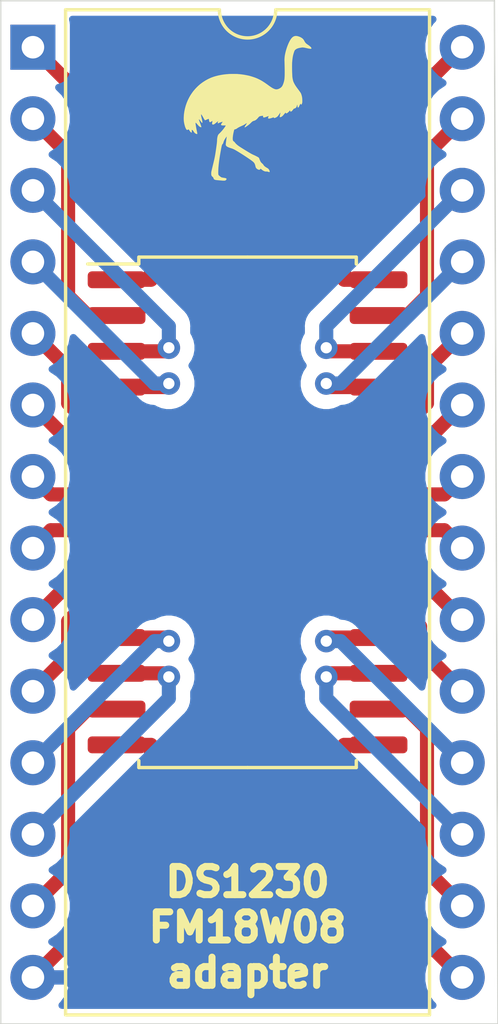
<source format=kicad_pcb>
(kicad_pcb (version 20171130) (host pcbnew "(5.1.6)-1")

  (general
    (thickness 1.6)
    (drawings 5)
    (tracks 100)
    (zones 0)
    (modules 3)
    (nets 29)
  )

  (page A4)
  (layers
    (0 F.Cu signal)
    (31 B.Cu signal)
    (32 B.Adhes user)
    (33 F.Adhes user)
    (34 B.Paste user)
    (35 F.Paste user)
    (36 B.SilkS user)
    (37 F.SilkS user)
    (38 B.Mask user)
    (39 F.Mask user)
    (40 Dwgs.User user)
    (41 Cmts.User user)
    (42 Eco1.User user)
    (43 Eco2.User user)
    (44 Edge.Cuts user)
    (45 Margin user)
    (46 B.CrtYd user)
    (47 F.CrtYd user)
    (48 B.Fab user)
    (49 F.Fab user)
  )

  (setup
    (last_trace_width 0.5)
    (user_trace_width 0.5)
    (trace_clearance 0.2)
    (zone_clearance 0.508)
    (zone_45_only no)
    (trace_min 0.2)
    (via_size 0.8)
    (via_drill 0.4)
    (via_min_size 0.4)
    (via_min_drill 0.3)
    (uvia_size 0.3)
    (uvia_drill 0.1)
    (uvias_allowed no)
    (uvia_min_size 0.2)
    (uvia_min_drill 0.1)
    (edge_width 0.05)
    (segment_width 0.2)
    (pcb_text_width 0.3)
    (pcb_text_size 1.5 1.5)
    (mod_edge_width 0.12)
    (mod_text_size 1 1)
    (mod_text_width 0.15)
    (pad_size 1.524 1.524)
    (pad_drill 0.762)
    (pad_to_mask_clearance 0.05)
    (aux_axis_origin 0 0)
    (visible_elements FFFFFF7F)
    (pcbplotparams
      (layerselection 0x010fc_ffffffff)
      (usegerberextensions false)
      (usegerberattributes true)
      (usegerberadvancedattributes true)
      (creategerberjobfile true)
      (excludeedgelayer true)
      (linewidth 0.020000)
      (plotframeref false)
      (viasonmask false)
      (mode 1)
      (useauxorigin false)
      (hpglpennumber 1)
      (hpglpenspeed 20)
      (hpglpendiameter 15.000000)
      (psnegative false)
      (psa4output false)
      (plotreference true)
      (plotvalue true)
      (plotinvisibletext false)
      (padsonsilk false)
      (subtractmaskfromsilk false)
      (outputformat 1)
      (mirror false)
      (drillshape 0)
      (scaleselection 1)
      (outputdirectory "gerber"))
  )

  (net 0 "")
  (net 1 "Net-(J1-Pad28)")
  (net 2 "Net-(J1-Pad27)")
  (net 3 "Net-(J1-Pad13)")
  (net 4 "Net-(J1-Pad26)")
  (net 5 "Net-(J1-Pad12)")
  (net 6 "Net-(J1-Pad25)")
  (net 7 "Net-(J1-Pad11)")
  (net 8 "Net-(J1-Pad24)")
  (net 9 "Net-(J1-Pad10)")
  (net 10 "Net-(J1-Pad23)")
  (net 11 "Net-(J1-Pad9)")
  (net 12 "Net-(J1-Pad22)")
  (net 13 "Net-(J1-Pad8)")
  (net 14 "Net-(J1-Pad21)")
  (net 15 "Net-(J1-Pad7)")
  (net 16 "Net-(J1-Pad20)")
  (net 17 "Net-(J1-Pad6)")
  (net 18 "Net-(J1-Pad19)")
  (net 19 "Net-(J1-Pad5)")
  (net 20 "Net-(J1-Pad18)")
  (net 21 "Net-(J1-Pad4)")
  (net 22 "Net-(J1-Pad17)")
  (net 23 "Net-(J1-Pad3)")
  (net 24 "Net-(J1-Pad16)")
  (net 25 "Net-(J1-Pad2)")
  (net 26 "Net-(J1-Pad15)")
  (net 27 "Net-(J1-Pad1)")
  (net 28 GND)

  (net_class Default "This is the default net class."
    (clearance 0.2)
    (trace_width 0.25)
    (via_dia 0.8)
    (via_drill 0.4)
    (uvia_dia 0.3)
    (uvia_drill 0.1)
    (add_net GND)
    (add_net "Net-(J1-Pad1)")
    (add_net "Net-(J1-Pad10)")
    (add_net "Net-(J1-Pad11)")
    (add_net "Net-(J1-Pad12)")
    (add_net "Net-(J1-Pad13)")
    (add_net "Net-(J1-Pad15)")
    (add_net "Net-(J1-Pad16)")
    (add_net "Net-(J1-Pad17)")
    (add_net "Net-(J1-Pad18)")
    (add_net "Net-(J1-Pad19)")
    (add_net "Net-(J1-Pad2)")
    (add_net "Net-(J1-Pad20)")
    (add_net "Net-(J1-Pad21)")
    (add_net "Net-(J1-Pad22)")
    (add_net "Net-(J1-Pad23)")
    (add_net "Net-(J1-Pad24)")
    (add_net "Net-(J1-Pad25)")
    (add_net "Net-(J1-Pad26)")
    (add_net "Net-(J1-Pad27)")
    (add_net "Net-(J1-Pad28)")
    (add_net "Net-(J1-Pad3)")
    (add_net "Net-(J1-Pad4)")
    (add_net "Net-(J1-Pad5)")
    (add_net "Net-(J1-Pad6)")
    (add_net "Net-(J1-Pad7)")
    (add_net "Net-(J1-Pad8)")
    (add_net "Net-(J1-Pad9)")
  )

  (module OSMU-Footprints:osmu_logo-6mm (layer F.Cu) (tedit 0) (tstamp 608ED10E)
    (at 144.78 74.549)
    (fp_text reference G*** (at 0 0) (layer F.SilkS) hide
      (effects (font (size 1.524 1.524) (thickness 0.3)))
    )
    (fp_text value LOGO (at 0.75 0) (layer F.SilkS) hide
      (effects (font (size 1.524 1.524) (thickness 0.3)))
    )
    (fp_poly (pts (xy 1.7332 -2.55384) (xy 1.771212 -2.547933) (xy 1.789012 -2.543581) (xy 1.842396 -2.526179)
      (xy 1.889915 -2.504054) (xy 1.932122 -2.476949) (xy 1.934308 -2.475302) (xy 1.960168 -2.453267)
      (xy 1.980973 -2.429621) (xy 1.998967 -2.401687) (xy 2.004443 -2.391507) (xy 2.020979 -2.36086)
      (xy 2.036363 -2.335721) (xy 2.051983 -2.314557) (xy 2.069232 -2.295836) (xy 2.089499 -2.278026)
      (xy 2.114175 -2.259595) (xy 2.140088 -2.242009) (xy 2.174328 -2.218283) (xy 2.203563 -2.195671)
      (xy 2.227387 -2.174572) (xy 2.245395 -2.155386) (xy 2.257183 -2.13851) (xy 2.262346 -2.124345)
      (xy 2.262554 -2.121365) (xy 2.260816 -2.112589) (xy 2.254125 -2.108245) (xy 2.252056 -2.107668)
      (xy 2.241479 -2.106842) (xy 2.224795 -2.107764) (xy 2.203465 -2.110238) (xy 2.178951 -2.114067)
      (xy 2.152715 -2.119052) (xy 2.129692 -2.124162) (xy 2.110315 -2.12872) (xy 2.091482 -2.133057)
      (xy 2.075893 -2.136553) (xy 2.069123 -2.138012) (xy 2.054417 -2.141185) (xy 2.04035 -2.144378)
      (xy 2.035908 -2.145439) (xy 2.02878 -2.146977) (xy 2.019881 -2.148429) (xy 2.00787 -2.149957)
      (xy 1.991401 -2.151724) (xy 1.969133 -2.153892) (xy 1.95596 -2.155126) (xy 1.945453 -2.154947)
      (xy 1.928948 -2.153295) (xy 1.908064 -2.150437) (xy 1.884422 -2.146642) (xy 1.859642 -2.142175)
      (xy 1.835345 -2.137306) (xy 1.81315 -2.132302) (xy 1.804254 -2.13007) (xy 1.765805 -2.117427)
      (xy 1.731455 -2.100885) (xy 1.70212 -2.081052) (xy 1.678716 -2.058535) (xy 1.663581 -2.036668)
      (xy 1.659167 -2.026732) (xy 1.653198 -2.010796) (xy 1.64617 -1.990404) (xy 1.638578 -1.967098)
      (xy 1.630918 -1.942421) (xy 1.623685 -1.917914) (xy 1.617375 -1.895121) (xy 1.614386 -1.883507)
      (xy 1.605105 -1.841018) (xy 1.596647 -1.792001) (xy 1.589188 -1.73772) (xy 1.582902 -1.679437)
      (xy 1.578327 -1.623646) (xy 1.576888 -1.596978) (xy 1.575859 -1.564747) (xy 1.575219 -1.527903)
      (xy 1.574947 -1.487397) (xy 1.575023 -1.444179) (xy 1.575425 -1.399198) (xy 1.576133 -1.353405)
      (xy 1.577125 -1.30775) (xy 1.578381 -1.263183) (xy 1.57988 -1.220654) (xy 1.581601 -1.181113)
      (xy 1.583523 -1.145511) (xy 1.585626 -1.114796) (xy 1.587887 -1.08992) (xy 1.590288 -1.071833)
      (xy 1.590485 -1.070707) (xy 1.597068 -1.034926) (xy 1.602958 -1.005411) (xy 1.608607 -0.980698)
      (xy 1.614467 -0.959324) (xy 1.620991 -0.939822) (xy 1.62863 -0.92073) (xy 1.637837 -0.900582)
      (xy 1.649065 -0.877915) (xy 1.651502 -0.873127) (xy 1.663781 -0.849878) (xy 1.67691 -0.826739)
      (xy 1.691476 -0.802829) (xy 1.708068 -0.777267) (xy 1.727272 -0.749171) (xy 1.749677 -0.717661)
      (xy 1.775871 -0.681853) (xy 1.805894 -0.641597) (xy 1.824185 -0.61702) (xy 1.841518 -0.593312)
      (xy 1.857157 -0.571512) (xy 1.870366 -0.55266) (xy 1.880407 -0.537796) (xy 1.886543 -0.52796)
      (xy 1.887046 -0.527048) (xy 1.892749 -0.514637) (xy 1.899652 -0.496883) (xy 1.906951 -0.475997)
      (xy 1.913841 -0.454191) (xy 1.914944 -0.45045) (xy 1.924921 -0.411657) (xy 1.932104 -0.37265)
      (xy 1.936729 -0.331467) (xy 1.939035 -0.286144) (xy 1.939383 -0.248138) (xy 1.939158 -0.225783)
      (xy 1.938552 -0.209168) (xy 1.937266 -0.196218) (xy 1.935001 -0.184859) (xy 1.931457 -0.173015)
      (xy 1.926565 -0.159238) (xy 1.918914 -0.140273) (xy 1.91239 -0.128799) (xy 1.906596 -0.124645)
      (xy 1.901134 -0.127638) (xy 1.895608 -0.137604) (xy 1.892897 -0.144584) (xy 1.88855 -0.155489)
      (xy 1.884905 -0.162581) (xy 1.883385 -0.164123) (xy 1.879098 -0.160838) (xy 1.872324 -0.151949)
      (xy 1.863943 -0.13891) (xy 1.854831 -0.123171) (xy 1.845865 -0.106185) (xy 1.837924 -0.089403)
      (xy 1.837145 -0.087621) (xy 1.828131 -0.066879) (xy 1.821482 -0.052102) (xy 1.81648 -0.042069)
      (xy 1.81241 -0.035563) (xy 1.808554 -0.031363) (xy 1.804198 -0.028251) (xy 1.801222 -0.026502)
      (xy 1.793188 -0.022373) (xy 1.788658 -0.022692) (xy 1.784463 -0.027844) (xy 1.783968 -0.028597)
      (xy 1.780695 -0.037837) (xy 1.778086 -0.054224) (xy 1.776241 -0.077113) (xy 1.776103 -0.079715)
      (xy 1.775034 -0.097313) (xy 1.77381 -0.112041) (xy 1.772598 -0.122131) (xy 1.771756 -0.125664)
      (xy 1.768179 -0.126359) (xy 1.7632 -0.120989) (xy 1.757659 -0.110978) (xy 1.752395 -0.097748)
      (xy 1.749471 -0.087907) (xy 1.739935 -0.057471) (xy 1.728604 -0.033842) (xy 1.71505 -0.016133)
      (xy 1.714934 -0.016015) (xy 1.701716 -0.005174) (xy 1.685458 0.004586) (xy 1.668849 0.011913)
      (xy 1.654579 0.015455) (xy 1.652024 0.015593) (xy 1.64598 0.016761) (xy 1.639498 0.020948)
      (xy 1.631349 0.029244) (xy 1.620304 0.042736) (xy 1.617825 0.045916) (xy 1.600354 0.06821)
      (xy 1.586611 0.085084) (xy 1.575703 0.097423) (xy 1.56674 0.106111) (xy 1.55883 0.112033)
      (xy 1.551081 0.116074) (xy 1.544729 0.118437) (xy 1.532939 0.121776) (xy 1.525722 0.121397)
      (xy 1.521538 0.116114) (xy 1.518847 0.104743) (xy 1.517766 0.097693) (xy 1.515138 0.08274)
      (xy 1.512118 0.075233) (xy 1.50782 0.074815) (xy 1.501355 0.081133) (xy 1.495489 0.088792)
      (xy 1.48595 0.100525) (xy 1.472941 0.114889) (xy 1.458825 0.12931) (xy 1.454522 0.133457)
      (xy 1.428911 0.156324) (xy 1.407317 0.172564) (xy 1.389669 0.182207) (xy 1.375898 0.185287)
      (xy 1.365931 0.181835) (xy 1.361328 0.175846) (xy 1.356643 0.165467) (xy 1.35397 0.158262)
      (xy 1.352153 0.154901) (xy 1.348992 0.155196) (xy 1.343318 0.15987) (xy 1.333959 0.169648)
      (xy 1.331854 0.171939) (xy 1.320928 0.184268) (xy 1.307214 0.200322) (xy 1.292759 0.217683)
      (xy 1.283672 0.228851) (xy 1.257391 0.259566) (xy 1.233295 0.283453) (xy 1.210769 0.300981)
      (xy 1.189195 0.312619) (xy 1.167958 0.318833) (xy 1.164497 0.319363) (xy 1.15361 0.319971)
      (xy 1.148054 0.317648) (xy 1.146602 0.315183) (xy 1.146586 0.309521) (xy 1.147983 0.297524)
      (xy 1.150591 0.280505) (xy 1.15421 0.259775) (xy 1.158636 0.236648) (xy 1.158724 0.236212)
      (xy 1.164593 0.205806) (xy 1.168398 0.182852) (xy 1.169918 0.167209) (xy 1.168931 0.158733)
      (xy 1.165213 0.157283) (xy 1.158542 0.162714) (xy 1.148696 0.174885) (xy 1.135453 0.193653)
      (xy 1.122497 0.212969) (xy 1.103923 0.240464) (xy 1.088321 0.262219) (xy 1.074789 0.279281)
      (xy 1.062429 0.2927) (xy 1.050341 0.303525) (xy 1.037623 0.312805) (xy 1.035802 0.314001)
      (xy 1.017043 0.325715) (xy 1.001483 0.334084) (xy 0.986142 0.340545) (xy 0.969108 0.346213)
      (xy 0.954203 0.35033) (xy 0.944951 0.351197) (xy 0.939725 0.348412) (xy 0.936897 0.341567)
      (xy 0.93615 0.338016) (xy 0.933582 0.328999) (xy 0.930574 0.324465) (xy 0.930073 0.324339)
      (xy 0.925325 0.325511) (xy 0.914524 0.328744) (xy 0.899031 0.333615) (xy 0.880201 0.3397)
      (xy 0.868652 0.343498) (xy 0.837135 0.353665) (xy 0.811834 0.361161) (xy 0.791696 0.366194)
      (xy 0.775671 0.368972) (xy 0.762709 0.369702) (xy 0.751757 0.368592) (xy 0.747137 0.36753)
      (xy 0.737156 0.363983) (xy 0.731343 0.360255) (xy 0.730738 0.358982) (xy 0.731921 0.351664)
      (xy 0.73499 0.339446) (xy 0.739222 0.324795) (xy 0.743898 0.310178) (xy 0.748295 0.298062)
      (xy 0.749157 0.295968) (xy 0.752537 0.286249) (xy 0.753394 0.279805) (xy 0.753015 0.278882)
      (xy 0.74863 0.279228) (xy 0.73851 0.281965) (xy 0.724195 0.286629) (xy 0.708442 0.292299)
      (xy 0.673466 0.305227) (xy 0.644913 0.315315) (xy 0.622002 0.322751) (xy 0.603951 0.327721)
      (xy 0.589979 0.330412) (xy 0.579303 0.331012) (xy 0.571142 0.329708) (xy 0.564723 0.326692)
      (xy 0.55933 0.322338) (xy 0.556365 0.316724) (xy 0.555122 0.307569) (xy 0.554892 0.294941)
      (xy 0.554908 0.284414) (xy 0.554213 0.276988) (xy 0.551696 0.272319) (xy 0.546245 0.270064)
      (xy 0.536748 0.269877) (xy 0.522095 0.271416) (xy 0.501173 0.274335) (xy 0.492369 0.27559)
      (xy 0.464277 0.280041) (xy 0.442305 0.284992) (xy 0.42477 0.291326) (xy 0.409986 0.299928)
      (xy 0.396268 0.311682) (xy 0.381931 0.327472) (xy 0.373259 0.338087) (xy 0.344205 0.372175)
      (xy 0.316793 0.399424) (xy 0.290255 0.42043) (xy 0.26382 0.43579) (xy 0.23672 0.446098)
      (xy 0.232189 0.447339) (xy 0.214079 0.452389) (xy 0.198615 0.457759) (xy 0.184644 0.464235)
      (xy 0.171011 0.472608) (xy 0.156562 0.483666) (xy 0.140144 0.498196) (xy 0.120602 0.516987)
      (xy 0.099815 0.537763) (xy 0.076095 0.560245) (xy 0.048677 0.583878) (xy 0.020003 0.606687)
      (xy -0.007487 0.626698) (xy -0.022228 0.636434) (xy -0.03312 0.643602) (xy -0.040949 0.649351)
      (xy -0.04372 0.652045) (xy -0.04737 0.654922) (xy -0.05589 0.660275) (xy -0.067231 0.666941)
      (xy -0.079346 0.673757) (xy -0.090187 0.679562) (xy -0.097706 0.683194) (xy -0.099749 0.683846)
      (xy -0.099642 0.680691) (xy -0.097025 0.672684) (xy -0.092778 0.662018) (xy -0.087782 0.650884)
      (xy -0.082916 0.641472) (xy -0.082312 0.640445) (xy -0.077366 0.632685) (xy -0.069351 0.620622)
      (xy -0.059676 0.606363) (xy -0.055402 0.600149) (xy -0.044483 0.582769) (xy -0.035196 0.565048)
      (xy -0.028264 0.54868) (xy -0.024408 0.535364) (xy -0.024287 0.52697) (xy -0.027846 0.526942)
      (xy -0.035811 0.530784) (xy -0.045036 0.536699) (xy -0.069609 0.553844) (xy -0.089309 0.567271)
      (xy -0.105571 0.57788) (xy -0.119828 0.586568) (xy -0.133513 0.594234) (xy -0.148062 0.601778)
      (xy -0.152105 0.603801) (xy -0.170033 0.612486) (xy -0.192415 0.622975) (xy -0.216513 0.634004)
      (xy -0.239593 0.644307) (xy -0.241675 0.645221) (xy -0.28744 0.666427) (xy -0.327143 0.687432)
      (xy -0.362453 0.709162) (xy -0.382587 0.723196) (xy -0.395408 0.73211) (xy -0.406296 0.738883)
      (xy -0.413397 0.742387) (xy -0.414534 0.742633) (xy -0.421508 0.744052) (xy -0.43215 0.747383)
      (xy -0.435708 0.748672) (xy -0.447877 0.752739) (xy -0.458492 0.75548) (xy -0.460405 0.755809)
      (xy -0.469062 0.758243) (xy -0.473032 0.760638) (xy -0.475593 0.76604) (xy -0.479437 0.777749)
      (xy -0.484218 0.794428) (xy -0.489587 0.81474) (xy -0.495197 0.83735) (xy -0.500701 0.860919)
      (xy -0.50575 0.884113) (xy -0.507938 0.894862) (xy -0.517923 0.950065) (xy -0.525047 1.000268)
      (xy -0.529299 1.045108) (xy -0.53067 1.084221) (xy -0.529148 1.117244) (xy -0.524724 1.143814)
      (xy -0.517386 1.163567) (xy -0.515709 1.166445) (xy -0.508437 1.174779) (xy -0.497037 1.184493)
      (xy -0.486489 1.191846) (xy -0.467 1.207052) (xy -0.4518 1.226467) (xy -0.451044 1.227688)
      (xy -0.438312 1.245112) (xy -0.420041 1.265425) (xy -0.39742 1.287539) (xy -0.371638 1.310364)
      (xy -0.343883 1.332813) (xy -0.315343 1.353796) (xy -0.307526 1.359157) (xy -0.279846 1.377516)
      (xy -0.246613 1.399037) (xy -0.208977 1.423014) (xy -0.168086 1.44874) (xy -0.12509 1.475508)
      (xy -0.081137 1.502612) (xy -0.037377 1.529345) (xy 0.005042 1.554999) (xy 0.04497 1.578869)
      (xy 0.081258 1.600246) (xy 0.112758 1.618425) (xy 0.127 1.626455) (xy 0.148021 1.637673)
      (xy 0.172515 1.64997) (xy 0.196715 1.661483) (xy 0.209062 1.667037) (xy 0.237099 1.67964)
      (xy 0.266046 1.693282) (xy 0.294646 1.707315) (xy 0.321644 1.721092) (xy 0.345781 1.733966)
      (xy 0.365801 1.745291) (xy 0.380448 1.75442) (xy 0.384748 1.757483) (xy 0.398386 1.769594)
      (xy 0.406366 1.781462) (xy 0.408729 1.787813) (xy 0.415604 1.808246) (xy 0.425193 1.832895)
      (xy 0.436403 1.859149) (xy 0.448139 1.884398) (xy 0.454497 1.897052) (xy 0.462691 1.911872)
      (xy 0.471228 1.92482) (xy 0.481327 1.937303) (xy 0.494212 1.950726) (xy 0.511102 1.966494)
      (xy 0.527332 1.980879) (xy 0.549167 2.003506) (xy 0.562956 2.024676) (xy 0.575236 2.043025)
      (xy 0.593837 2.062813) (xy 0.617628 2.083116) (xy 0.645479 2.103013) (xy 0.67626 2.12158)
      (xy 0.691429 2.12959) (xy 0.721825 2.148906) (xy 0.746604 2.173081) (xy 0.765242 2.201418)
      (xy 0.777209 2.233219) (xy 0.780041 2.246943) (xy 0.781118 2.260378) (xy 0.778521 2.267929)
      (xy 0.77144 2.270049) (xy 0.759063 2.267194) (xy 0.749995 2.263785) (xy 0.71838 2.253671)
      (xy 0.68746 2.248789) (xy 0.661793 2.249218) (xy 0.639725 2.248794) (xy 0.614088 2.243225)
      (xy 0.586555 2.233166) (xy 0.5588 2.219266) (xy 0.532496 2.202179) (xy 0.52386 2.195498)
      (xy 0.509292 2.183806) (xy 0.494443 2.172106) (xy 0.480625 2.161405) (xy 0.469149 2.15271)
      (xy 0.461329 2.147029) (xy 0.458525 2.145323) (xy 0.456387 2.148527) (xy 0.452679 2.156427)
      (xy 0.451864 2.158344) (xy 0.441554 2.174855) (xy 0.427405 2.184691) (xy 0.409814 2.187599)
      (xy 0.4064 2.187375) (xy 0.3839 2.182049) (xy 0.360256 2.17113) (xy 0.337448 2.156034)
      (xy 0.317458 2.138177) (xy 0.302266 2.118973) (xy 0.297061 2.109247) (xy 0.292952 2.097836)
      (xy 0.288241 2.081545) (xy 0.283712 2.063187) (xy 0.282035 2.055446) (xy 0.27185 2.015056)
      (xy 0.258909 1.980792) (xy 0.242417 1.951217) (xy 0.22158 1.924893) (xy 0.197081 1.901624)
      (xy 0.176343 1.884925) (xy 0.149603 1.864731) (xy 0.117592 1.841517) (xy 0.08104 1.815758)
      (xy 0.040679 1.787928) (xy -0.002761 1.758502) (xy -0.048549 1.727954) (xy -0.095954 1.69676)
      (xy -0.144246 1.665394) (xy -0.192694 1.63433) (xy -0.240567 1.604043) (xy -0.287134 1.575007)
      (xy -0.331665 1.547698) (xy -0.373429 1.52259) (xy -0.411696 1.500157) (xy -0.445734 1.480874)
      (xy -0.474812 1.465216) (xy -0.474833 1.465205) (xy -0.502004 1.452326) (xy -0.533116 1.439574)
      (xy -0.564419 1.428463) (xy -0.570572 1.42651) (xy -0.614645 1.412372) (xy -0.651681 1.399394)
      (xy -0.682315 1.387243) (xy -0.707184 1.375587) (xy -0.72692 1.364095) (xy -0.742161 1.352434)
      (xy -0.75354 1.340273) (xy -0.761694 1.32728) (xy -0.762134 1.326386) (xy -0.766574 1.31599)
      (xy -0.768797 1.306312) (xy -0.769161 1.294492) (xy -0.768103 1.278601) (xy -0.7662 1.258973)
      (xy -0.763403 1.233346) (xy -0.759929 1.20346) (xy -0.755994 1.171054) (xy -0.751814 1.137864)
      (xy -0.747607 1.105631) (xy -0.743588 1.076092) (xy -0.739973 1.050985) (xy -0.738822 1.043424)
      (xy -0.736052 1.024906) (xy -0.733932 1.009421) (xy -0.732655 0.998468) (xy -0.732411 0.99355)
      (xy -0.732461 0.993437) (xy -0.735092 0.995895) (xy -0.741266 1.003643) (xy -0.750136 1.0155)
      (xy -0.760858 1.030287) (xy -0.772588 1.046824) (xy -0.78448 1.063933) (xy -0.795691 1.080433)
      (xy -0.805375 1.095146) (xy -0.805993 1.096108) (xy -0.824023 1.125993) (xy -0.838092 1.153852)
      (xy -0.849713 1.183024) (xy -0.859807 1.2148) (xy -0.8657 1.234429) (xy -0.870565 1.248323)
      (xy -0.87531 1.258316) (xy -0.880843 1.266246) (xy -0.888072 1.273947) (xy -0.889961 1.275776)
      (xy -0.896633 1.282881) (xy -0.902521 1.291045) (xy -0.907875 1.301089) (xy -0.912948 1.313834)
      (xy -0.917991 1.3301) (xy -0.923255 1.350709) (xy -0.928993 1.376481) (xy -0.935454 1.408237)
      (xy -0.942892 1.446797) (xy -0.943759 1.451378) (xy -0.966238 1.574095) (xy -0.985891 1.689554)
      (xy -1.002722 1.79778) (xy -1.016734 1.898801) (xy -1.02793 1.992642) (xy -1.036314 2.07933)
      (xy -1.041889 2.158893) (xy -1.044658 2.231356) (xy -1.044982 2.258646) (xy -1.045055 2.291889)
      (xy -1.044762 2.31845) (xy -1.04373 2.339464) (xy -1.041584 2.356065) (xy -1.037952 2.369386)
      (xy -1.032458 2.380563) (xy -1.024731 2.390728) (xy -1.014395 2.401016) (xy -1.001077 2.412561)
      (xy -0.991666 2.420425) (xy -0.975229 2.433698) (xy -0.959253 2.445836) (xy -0.945529 2.455525)
      (xy -0.935849 2.461448) (xy -0.935604 2.461572) (xy -0.923141 2.466151) (xy -0.904319 2.470872)
      (xy -0.880576 2.4754) (xy -0.866798 2.477562) (xy -0.83718 2.482017) (xy -0.814187 2.485796)
      (xy -0.796688 2.489156) (xy -0.783548 2.492351) (xy -0.773634 2.495637) (xy -0.765814 2.499269)
      (xy -0.762878 2.500961) (xy -0.752722 2.51038) (xy -0.75006 2.52178) (xy -0.754895 2.535236)
      (xy -0.764388 2.547782) (xy -0.773582 2.55681) (xy -0.783571 2.563799) (xy -0.795308 2.568878)
      (xy -0.809751 2.572175) (xy -0.827855 2.573818) (xy -0.850575 2.573937) (xy -0.878866 2.572658)
      (xy -0.913684 2.57011) (xy -0.924169 2.569235) (xy -0.969551 2.565352) (xy -1.00786 2.562011)
      (xy -1.039814 2.559132) (xy -1.06613 2.556632) (xy -1.087526 2.554433) (xy -1.104719 2.552452)
      (xy -1.118428 2.550609) (xy -1.12937 2.548823) (xy -1.138262 2.547014) (xy -1.145823 2.545101)
      (xy -1.150298 2.543784) (xy -1.170066 2.53645) (xy -1.183918 2.527653) (xy -1.193745 2.515555)
      (xy -1.201437 2.498318) (xy -1.203569 2.492001) (xy -1.213441 2.467829) (xy -1.226148 2.449411)
      (xy -1.243088 2.434819) (xy -1.246826 2.432367) (xy -1.260678 2.419698) (xy -1.272516 2.400492)
      (xy -1.277721 2.388902) (xy -1.281147 2.378083) (xy -1.283254 2.365666) (xy -1.2845 2.349284)
      (xy -1.285047 2.335973) (xy -1.285219 2.315078) (xy -1.284487 2.293718) (xy -1.283001 2.275158)
      (xy -1.281959 2.267588) (xy -1.280149 2.258632) (xy -1.276659 2.242924) (xy -1.271687 2.221302)
      (xy -1.265431 2.194602) (xy -1.258088 2.163658) (xy -1.249855 2.129307) (xy -1.24093 2.092385)
      (xy -1.231512 2.053729) (xy -1.229062 2.043723) (xy -1.214516 1.984162) (xy -1.201702 1.931076)
      (xy -1.190409 1.883373) (xy -1.180422 1.839958) (xy -1.171529 1.799737) (xy -1.163518 1.761617)
      (xy -1.156175 1.724505) (xy -1.149288 1.687305) (xy -1.142645 1.648926) (xy -1.136032 1.608272)
      (xy -1.129237 1.56425) (xy -1.122048 1.515767) (xy -1.11425 1.461729) (xy -1.109816 1.430586)
      (xy -1.102577 1.379147) (xy -1.096467 1.334721) (xy -1.091406 1.296597) (xy -1.087313 1.264068)
      (xy -1.084109 1.236425) (xy -1.081713 1.212958) (xy -1.080045 1.192958) (xy -1.079024 1.175717)
      (xy -1.078569 1.160525) (xy -1.078528 1.154621) (xy -1.077104 1.115914) (xy -1.073066 1.076761)
      (xy -1.066748 1.038984) (xy -1.058485 1.004406) (xy -1.048612 0.974851) (xy -1.043302 0.962783)
      (xy -1.034314 0.947386) (xy -1.023178 0.932402) (xy -1.015031 0.923707) (xy -0.982461 0.892693)
      (xy -0.949284 0.85873) (xy -0.916359 0.822859) (xy -0.884547 0.786124) (xy -0.854706 0.749566)
      (xy -0.827697 0.714227) (xy -0.804378 0.68115) (xy -0.78561 0.651377) (xy -0.776123 0.634023)
      (xy -0.765776 0.613508) (xy -0.837157 0.613502) (xy -0.863575 0.613393) (xy -0.883431 0.613004)
      (xy -0.897977 0.612234) (xy -0.908465 0.610983) (xy -0.916147 0.60915) (xy -0.922215 0.606663)
      (xy -0.931211 0.601) (xy -0.936215 0.594328) (xy -0.937022 0.585755) (xy -0.933424 0.574391)
      (xy -0.925216 0.559344) (xy -0.912189 0.539721) (xy -0.90404 0.528242) (xy -0.893867 0.513811)
      (xy -0.884942 0.500616) (xy -0.878648 0.490724) (xy -0.877047 0.48791) (xy -0.871654 0.477588)
      (xy -0.929474 0.494665) (xy -0.958117 0.503274) (xy -0.98037 0.51036) (xy -0.997407 0.516367)
      (xy -1.010403 0.521738) (xy -1.02053 0.526917) (xy -1.028697 0.532158) (xy -1.040364 0.53761)
      (xy -1.049284 0.536539) (xy -1.054624 0.53) (xy -1.055547 0.519048) (xy -1.051219 0.504737)
      (xy -1.050917 0.504093) (xy -1.044828 0.490015) (xy -1.039984 0.476479) (xy -1.037009 0.465507)
      (xy -1.036525 0.45912) (xy -1.036856 0.458488) (xy -1.040809 0.459932) (xy -1.050342 0.466149)
      (xy -1.065075 0.476854) (xy -1.08463 0.491762) (xy -1.108628 0.510589) (xy -1.136691 0.533049)
      (xy -1.145327 0.540032) (xy -1.166747 0.556781) (xy -1.184005 0.568676) (xy -1.198443 0.576416)
      (xy -1.211403 0.580696) (xy -1.224227 0.582213) (xy -1.226668 0.582246) (xy -1.238996 0.580755)
      (xy -1.246766 0.575527) (xy -1.248286 0.573561) (xy -1.251696 0.567323) (xy -1.253558 0.559639)
      (xy -1.253848 0.549175) (xy -1.252541 0.534598) (xy -1.249612 0.514574) (xy -1.246864 0.498231)
      (xy -1.244153 0.480673) (xy -1.242487 0.465933) (xy -1.24202 0.455711) (xy -1.242687 0.451839)
      (xy -1.247073 0.452482) (xy -1.256463 0.456906) (xy -1.269473 0.464389) (xy -1.281953 0.472354)
      (xy -1.302379 0.485117) (xy -1.318093 0.492913) (xy -1.330111 0.496088) (xy -1.339453 0.494987)
      (xy -1.343118 0.49315) (xy -1.349519 0.485082) (xy -1.355358 0.469555) (xy -1.360532 0.446913)
      (xy -1.363994 0.42485) (xy -1.366668 0.408105) (xy -1.36969 0.394172) (xy -1.372606 0.384958)
      (xy -1.374114 0.38249) (xy -1.377828 0.380762) (xy -1.383578 0.38077) (xy -1.392293 0.382811)
      (xy -1.404901 0.387184) (xy -1.422331 0.394187) (xy -1.445512 0.40412) (xy -1.456911 0.409116)
      (xy -1.476458 0.417629) (xy -1.490234 0.423263) (xy -1.499581 0.426377) (xy -1.505842 0.427329)
      (xy -1.510358 0.426479) (xy -1.514137 0.424406) (xy -1.518856 0.419181) (xy -1.526472 0.408265)
      (xy -1.536219 0.392867) (xy -1.547329 0.374198) (xy -1.558424 0.354575) (xy -1.575189 0.324305)
      (xy -1.588847 0.299996) (xy -1.599975 0.280716) (xy -1.609149 0.265532) (xy -1.616947 0.253512)
      (xy -1.623944 0.243723) (xy -1.630718 0.235235) (xy -1.636009 0.22915) (xy -1.645219 0.21945)
      (xy -1.650816 0.215316) (xy -1.653878 0.216067) (xy -1.654568 0.217401) (xy -1.656047 0.22777)
      (xy -1.655376 0.2448) (xy -1.652685 0.267675) (xy -1.648101 0.295578) (xy -1.641754 0.327696)
      (xy -1.633772 0.363211) (xy -1.627494 0.388816) (xy -1.620981 0.416372) (xy -1.615552 0.44296)
      (xy -1.611364 0.467431) (xy -1.608575 0.488636) (xy -1.607343 0.505425) (xy -1.607827 0.51665)
      (xy -1.609368 0.520685) (xy -1.614174 0.522174) (xy -1.620513 0.51716) (xy -1.621252 0.516323)
      (xy -1.641474 0.492122) (xy -1.661571 0.466106) (xy -1.67763 0.444063) (xy -1.688279 0.429672)
      (xy -1.698219 0.417136) (xy -1.706001 0.408244) (xy -1.708892 0.40551) (xy -1.71783 0.400623)
      (xy -1.726827 0.398826) (xy -1.733323 0.40031) (xy -1.735015 0.403586) (xy -1.733737 0.408538)
      (xy -1.730148 0.419749) (xy -1.724618 0.436136) (xy -1.717515 0.456618) (xy -1.709209 0.48011)
      (xy -1.703372 0.496394) (xy -1.688781 0.536923) (xy -1.676666 0.570737) (xy -1.666836 0.598467)
      (xy -1.6591 0.620744) (xy -1.653268 0.638199) (xy -1.64915 0.651464) (xy -1.646556 0.66117)
      (xy -1.645294 0.667948) (xy -1.645175 0.672429) (xy -1.646009 0.675245) (xy -1.647604 0.677026)
      (xy -1.648677 0.677756) (xy -1.654603 0.67759) (xy -1.665212 0.674031) (xy -1.67867 0.667997)
      (xy -1.693144 0.660408) (xy -1.706798 0.652185) (xy -1.7178 0.644245) (xy -1.720785 0.641607)
      (xy -1.728801 0.633368) (xy -1.740446 0.620659) (xy -1.754346 0.605012) (xy -1.769128 0.587961)
      (xy -1.773999 0.582246) (xy -1.791787 0.561683) (xy -1.808026 0.543667) (xy -1.821967 0.528977)
      (xy -1.832857 0.518391) (xy -1.839948 0.512687) (xy -1.841865 0.511908) (xy -1.843742 0.51529)
      (xy -1.846687 0.523831) (xy -1.848111 0.528681) (xy -1.850098 0.53811) (xy -1.850702 0.548702)
      (xy -1.849871 0.562422) (xy -1.847555 0.581238) (xy -1.846548 0.588274) (xy -1.833556 0.670546)
      (xy -1.819416 0.747693) (xy -1.805054 0.815409) (xy -1.799905 0.838781) (xy -1.795374 0.860924)
      (xy -1.791784 0.880129) (xy -1.789459 0.894687) (xy -1.788749 0.901378) (xy -1.788428 0.912642)
      (xy -1.789631 0.917991) (xy -1.793298 0.919306) (xy -1.797493 0.918881) (xy -1.815638 0.914263)
      (xy -1.836077 0.905939) (xy -1.855321 0.89546) (xy -1.864406 0.889128) (xy -1.874951 0.879121)
      (xy -1.886914 0.865103) (xy -1.897914 0.849896) (xy -1.899138 0.847995) (xy -1.912611 0.827424)
      (xy -1.925168 0.809526) (xy -1.936059 0.795273) (xy -1.944536 0.78564) (xy -1.949847 0.781602)
      (xy -1.95029 0.781539) (xy -1.955746 0.779338) (xy -1.964353 0.773851) (xy -1.967176 0.771769)
      (xy -1.975763 0.765653) (xy -1.981644 0.76225) (xy -1.982546 0.762) (xy -1.983486 0.765669)
      (xy -1.984271 0.775724) (xy -1.984831 0.790735) (xy -1.985096 0.809272) (xy -1.985108 0.814336)
      (xy -1.985262 0.83628) (xy -1.985805 0.851562) (xy -1.986858 0.86133) (xy -1.98854 0.866732)
      (xy -1.990818 0.868863) (xy -1.995676 0.867061) (xy -2.004091 0.860559) (xy -2.014715 0.850743)
      (xy -2.0262 0.839) (xy -2.037201 0.826715) (xy -2.046369 0.815276) (xy -2.052358 0.806068)
      (xy -2.05289 0.804985) (xy -2.058102 0.795313) (xy -2.062153 0.789354) (xy -2.06733 0.782382)
      (xy -2.074226 0.772418) (xy -2.075964 0.769816) (xy -2.085901 0.758817) (xy -2.096819 0.755216)
      (xy -2.109676 0.758871) (xy -2.117517 0.763641) (xy -2.133716 0.771946) (xy -2.147833 0.772813)
      (xy -2.16019 0.766243) (xy -2.163014 0.76347) (xy -2.171275 0.752365) (xy -2.181065 0.73585)
      (xy -2.191407 0.715916) (xy -2.201321 0.694555) (xy -2.209829 0.673758) (xy -2.215794 0.656071)
      (xy -2.230345 0.602932) (xy -2.241814 0.55516) (xy -2.250438 0.511047) (xy -2.256455 0.468885)
      (xy -2.260101 0.426964) (xy -2.261613 0.383578) (xy -2.26123 0.337018) (xy -2.26104 0.3302)
      (xy -2.254186 0.227109) (xy -2.239931 0.123288) (xy -2.218529 0.01959) (xy -2.190235 -0.083134)
      (xy -2.155301 -0.184034) (xy -2.113982 -0.282257) (xy -2.066531 -0.376952) (xy -2.032823 -0.435707)
      (xy -2.02187 -0.453293) (xy -2.008625 -0.473706) (xy -1.993837 -0.495874) (xy -1.978258 -0.518725)
      (xy -1.96264 -0.541187) (xy -1.947732 -0.562187) (xy -1.934286 -0.580655) (xy -1.923053 -0.595516)
      (xy -1.914784 -0.605701) (xy -1.91101 -0.6096) (xy -1.907662 -0.613308) (xy -1.900616 -0.621674)
      (xy -1.891069 -0.633266) (xy -1.884869 -0.640888) (xy -1.865207 -0.664033) (xy -1.841224 -0.69048)
      (xy -1.814592 -0.718513) (xy -1.786981 -0.746418) (xy -1.760064 -0.772479) (xy -1.735512 -0.794982)
      (xy -1.730009 -0.79979) (xy -1.715191 -0.812626) (xy -1.702562 -0.823639) (xy -1.693275 -0.831818)
      (xy -1.68848 -0.836155) (xy -1.688123 -0.836514) (xy -1.683617 -0.840411) (xy -1.67403 -0.847936)
      (xy -1.660624 -0.858154) (xy -1.644661 -0.870125) (xy -1.627402 -0.882914) (xy -1.610111 -0.895582)
      (xy -1.594047 -0.907192) (xy -1.580474 -0.916806) (xy -1.574522 -0.920908) (xy -1.490186 -0.974493)
      (xy -1.404458 -1.021854) (xy -1.31843 -1.062412) (xy -1.272522 -1.081171) (xy -1.200039 -1.106769)
      (xy -1.121641 -1.130048) (xy -1.038975 -1.150659) (xy -0.953689 -1.168248) (xy -0.867431 -1.182466)
      (xy -0.78185 -1.192962) (xy -0.724877 -1.197795) (xy -0.707558 -1.199104) (xy -0.691905 -1.200503)
      (xy -0.680521 -1.201753) (xy -0.677985 -1.202118) (xy -0.66902 -1.202922) (xy -0.653349 -1.203619)
      (xy -0.632079 -1.204207) (xy -0.606321 -1.204682) (xy -0.577181 -1.205039) (xy -0.545768 -1.205276)
      (xy -0.513191 -1.205389) (xy -0.480558 -1.205375) (xy -0.448978 -1.205229) (xy -0.419558 -1.204948)
      (xy -0.393407 -1.20453) (xy -0.371634 -1.203969) (xy -0.355347 -1.203263) (xy -0.353646 -1.203157)
      (xy -0.240432 -1.193021) (xy -0.127041 -1.177498) (xy -0.016713 -1.157035) (xy -0.013407 -1.156333)
      (xy 0.005099 -1.152401) (xy 0.022584 -1.14871) (xy 0.036429 -1.145811) (xy 0.04139 -1.144786)
      (xy 0.051473 -1.142385) (xy 0.06689 -1.138312) (xy 0.085489 -1.133151) (xy 0.103913 -1.12784)
      (xy 0.158278 -1.111481) (xy 0.206492 -1.096075) (xy 0.250067 -1.081044) (xy 0.290516 -1.065814)
      (xy 0.329354 -1.049807) (xy 0.368092 -1.032447) (xy 0.408245 -1.013159) (xy 0.418428 -1.008095)
      (xy 0.437323 -0.9984) (xy 0.45765 -0.987561) (xy 0.47821 -0.976265) (xy 0.497805 -0.965199)
      (xy 0.515234 -0.955049) (xy 0.529299 -0.946502) (xy 0.538801 -0.940245) (xy 0.542518 -0.937026)
      (xy 0.546969 -0.933956) (xy 0.547356 -0.933938) (xy 0.551418 -0.931904) (xy 0.560448 -0.926454)
      (xy 0.572949 -0.918567) (xy 0.587426 -0.909221) (xy 0.602382 -0.899396) (xy 0.616323 -0.890069)
      (xy 0.627753 -0.882219) (xy 0.635175 -0.876825) (xy 0.636954 -0.875317) (xy 0.641114 -0.872117)
      (xy 0.649461 -0.866285) (xy 0.654538 -0.862856) (xy 0.670269 -0.852159) (xy 0.687821 -0.839922)
      (xy 0.70506 -0.827662) (xy 0.71985 -0.816897) (xy 0.72923 -0.809797) (xy 0.746135 -0.797049)
      (xy 0.769407 -0.780359) (xy 0.798781 -0.759915) (xy 0.833988 -0.735906) (xy 0.836246 -0.734379)
      (xy 0.878119 -0.708262) (xy 0.919414 -0.686722) (xy 0.958733 -0.670433) (xy 0.986329 -0.662006)
      (xy 1.019289 -0.657698) (xy 1.054629 -0.660589) (xy 1.091845 -0.670616) (xy 1.110268 -0.677963)
      (xy 1.149185 -0.697399) (xy 1.181774 -0.719131) (xy 1.209021 -0.744238) (xy 1.231915 -0.773797)
      (xy 1.251441 -0.808885) (xy 1.268586 -0.850578) (xy 1.268707 -0.850916) (xy 1.280792 -0.88597)
      (xy 1.291006 -0.918906) (xy 1.299495 -0.950794) (xy 1.306401 -0.982704) (xy 1.311871 -1.015706)
      (xy 1.316049 -1.050868) (xy 1.31908 -1.089261) (xy 1.321108 -1.131954) (xy 1.322278 -1.180017)
      (xy 1.322734 -1.234519) (xy 1.322754 -1.250461) (xy 1.322679 -1.284533) (xy 1.322466 -1.321381)
      (xy 1.322128 -1.360204) (xy 1.321682 -1.400201) (xy 1.321143 -1.44057) (xy 1.320525 -1.480508)
      (xy 1.319844 -1.519214) (xy 1.319115 -1.555886) (xy 1.318354 -1.589723) (xy 1.317575 -1.619922)
      (xy 1.316793 -1.645682) (xy 1.316025 -1.666201) (xy 1.315285 -1.680677) (xy 1.314587 -1.688309)
      (xy 1.314448 -1.688968) (xy 1.313998 -1.695433) (xy 1.314187 -1.708171) (xy 1.314913 -1.725677)
      (xy 1.316076 -1.746444) (xy 1.317573 -1.768965) (xy 1.319303 -1.791734) (xy 1.321166 -1.813246)
      (xy 1.32306 -1.831992) (xy 1.324882 -1.846468) (xy 1.325169 -1.848338) (xy 1.336111 -1.909074)
      (xy 1.349694 -1.970752) (xy 1.365624 -2.03264) (xy 1.383606 -2.094005) (xy 1.403347 -2.154112)
      (xy 1.424552 -2.21223) (xy 1.446926 -2.267624) (xy 1.470175 -2.319562) (xy 1.494005 -2.36731)
      (xy 1.518121 -2.410136) (xy 1.542229 -2.447305) (xy 1.566035 -2.478085) (xy 1.586523 -2.499325)
      (xy 1.600805 -2.511999) (xy 1.611844 -2.520893) (xy 1.62198 -2.527695) (xy 1.633551 -2.534095)
      (xy 1.637323 -2.536024) (xy 1.667303 -2.547938) (xy 1.698913 -2.55386) (xy 1.7332 -2.55384)) (layer F.SilkS) (width 0.01))
  )

  (module Package_SO:SOIC-28W_7.5x17.9mm_P1.27mm (layer F.Cu) (tedit 5D9F72B1) (tstamp 608EC207)
    (at 144.78 88.9)
    (descr "SOIC, 28 Pin (JEDEC MS-013AE, https://www.analog.com/media/en/package-pcb-resources/package/35833120341221rw_28.pdf), generated with kicad-footprint-generator ipc_gullwing_generator.py")
    (tags "SOIC SO")
    (path /609C10E8)
    (attr smd)
    (fp_text reference U1 (at 0 -9.9) (layer F.SilkS) hide
      (effects (font (size 1 1) (thickness 0.15)))
    )
    (fp_text value FM18W08-SG (at 0 9.9) (layer F.Fab) hide
      (effects (font (size 1 1) (thickness 0.15)))
    )
    (fp_text user %R (at 0 0) (layer F.Fab) hide
      (effects (font (size 1 1) (thickness 0.15)))
    )
    (fp_line (start 0 9.06) (end 3.86 9.06) (layer F.SilkS) (width 0.12))
    (fp_line (start 3.86 9.06) (end 3.86 8.815) (layer F.SilkS) (width 0.12))
    (fp_line (start 0 9.06) (end -3.86 9.06) (layer F.SilkS) (width 0.12))
    (fp_line (start -3.86 9.06) (end -3.86 8.815) (layer F.SilkS) (width 0.12))
    (fp_line (start 0 -9.06) (end 3.86 -9.06) (layer F.SilkS) (width 0.12))
    (fp_line (start 3.86 -9.06) (end 3.86 -8.815) (layer F.SilkS) (width 0.12))
    (fp_line (start 0 -9.06) (end -3.86 -9.06) (layer F.SilkS) (width 0.12))
    (fp_line (start -3.86 -9.06) (end -3.86 -8.815) (layer F.SilkS) (width 0.12))
    (fp_line (start -3.86 -8.815) (end -5.675 -8.815) (layer F.SilkS) (width 0.12))
    (fp_line (start -2.75 -8.95) (end 3.75 -8.95) (layer F.Fab) (width 0.1))
    (fp_line (start 3.75 -8.95) (end 3.75 8.95) (layer F.Fab) (width 0.1))
    (fp_line (start 3.75 8.95) (end -3.75 8.95) (layer F.Fab) (width 0.1))
    (fp_line (start -3.75 8.95) (end -3.75 -7.95) (layer F.Fab) (width 0.1))
    (fp_line (start -3.75 -7.95) (end -2.75 -8.95) (layer F.Fab) (width 0.1))
    (fp_line (start -5.93 -9.2) (end -5.93 9.2) (layer F.CrtYd) (width 0.05))
    (fp_line (start -5.93 9.2) (end 5.93 9.2) (layer F.CrtYd) (width 0.05))
    (fp_line (start 5.93 9.2) (end 5.93 -9.2) (layer F.CrtYd) (width 0.05))
    (fp_line (start 5.93 -9.2) (end -5.93 -9.2) (layer F.CrtYd) (width 0.05))
    (pad 28 smd roundrect (at 4.65 -8.255) (size 2.05 0.6) (layers F.Cu F.Paste F.Mask) (roundrect_rratio 0.25)
      (net 1 "Net-(J1-Pad28)"))
    (pad 27 smd roundrect (at 4.65 -6.985) (size 2.05 0.6) (layers F.Cu F.Paste F.Mask) (roundrect_rratio 0.25)
      (net 2 "Net-(J1-Pad27)"))
    (pad 26 smd roundrect (at 4.65 -5.715) (size 2.05 0.6) (layers F.Cu F.Paste F.Mask) (roundrect_rratio 0.25)
      (net 4 "Net-(J1-Pad26)"))
    (pad 25 smd roundrect (at 4.65 -4.445) (size 2.05 0.6) (layers F.Cu F.Paste F.Mask) (roundrect_rratio 0.25)
      (net 6 "Net-(J1-Pad25)"))
    (pad 24 smd roundrect (at 4.65 -3.175) (size 2.05 0.6) (layers F.Cu F.Paste F.Mask) (roundrect_rratio 0.25)
      (net 8 "Net-(J1-Pad24)"))
    (pad 23 smd roundrect (at 4.65 -1.905) (size 2.05 0.6) (layers F.Cu F.Paste F.Mask) (roundrect_rratio 0.25)
      (net 10 "Net-(J1-Pad23)"))
    (pad 22 smd roundrect (at 4.65 -0.635) (size 2.05 0.6) (layers F.Cu F.Paste F.Mask) (roundrect_rratio 0.25)
      (net 12 "Net-(J1-Pad22)"))
    (pad 21 smd roundrect (at 4.65 0.635) (size 2.05 0.6) (layers F.Cu F.Paste F.Mask) (roundrect_rratio 0.25)
      (net 14 "Net-(J1-Pad21)"))
    (pad 20 smd roundrect (at 4.65 1.905) (size 2.05 0.6) (layers F.Cu F.Paste F.Mask) (roundrect_rratio 0.25)
      (net 16 "Net-(J1-Pad20)"))
    (pad 19 smd roundrect (at 4.65 3.175) (size 2.05 0.6) (layers F.Cu F.Paste F.Mask) (roundrect_rratio 0.25)
      (net 18 "Net-(J1-Pad19)"))
    (pad 18 smd roundrect (at 4.65 4.445) (size 2.05 0.6) (layers F.Cu F.Paste F.Mask) (roundrect_rratio 0.25)
      (net 20 "Net-(J1-Pad18)"))
    (pad 17 smd roundrect (at 4.65 5.715) (size 2.05 0.6) (layers F.Cu F.Paste F.Mask) (roundrect_rratio 0.25)
      (net 22 "Net-(J1-Pad17)"))
    (pad 16 smd roundrect (at 4.65 6.985) (size 2.05 0.6) (layers F.Cu F.Paste F.Mask) (roundrect_rratio 0.25)
      (net 24 "Net-(J1-Pad16)"))
    (pad 15 smd roundrect (at 4.65 8.255) (size 2.05 0.6) (layers F.Cu F.Paste F.Mask) (roundrect_rratio 0.25)
      (net 26 "Net-(J1-Pad15)"))
    (pad 14 smd roundrect (at -4.65 8.255) (size 2.05 0.6) (layers F.Cu F.Paste F.Mask) (roundrect_rratio 0.25)
      (net 28 GND))
    (pad 13 smd roundrect (at -4.65 6.985) (size 2.05 0.6) (layers F.Cu F.Paste F.Mask) (roundrect_rratio 0.25)
      (net 3 "Net-(J1-Pad13)"))
    (pad 12 smd roundrect (at -4.65 5.715) (size 2.05 0.6) (layers F.Cu F.Paste F.Mask) (roundrect_rratio 0.25)
      (net 5 "Net-(J1-Pad12)"))
    (pad 11 smd roundrect (at -4.65 4.445) (size 2.05 0.6) (layers F.Cu F.Paste F.Mask) (roundrect_rratio 0.25)
      (net 7 "Net-(J1-Pad11)"))
    (pad 10 smd roundrect (at -4.65 3.175) (size 2.05 0.6) (layers F.Cu F.Paste F.Mask) (roundrect_rratio 0.25)
      (net 9 "Net-(J1-Pad10)"))
    (pad 9 smd roundrect (at -4.65 1.905) (size 2.05 0.6) (layers F.Cu F.Paste F.Mask) (roundrect_rratio 0.25)
      (net 11 "Net-(J1-Pad9)"))
    (pad 8 smd roundrect (at -4.65 0.635) (size 2.05 0.6) (layers F.Cu F.Paste F.Mask) (roundrect_rratio 0.25)
      (net 13 "Net-(J1-Pad8)"))
    (pad 7 smd roundrect (at -4.65 -0.635) (size 2.05 0.6) (layers F.Cu F.Paste F.Mask) (roundrect_rratio 0.25)
      (net 15 "Net-(J1-Pad7)"))
    (pad 6 smd roundrect (at -4.65 -1.905) (size 2.05 0.6) (layers F.Cu F.Paste F.Mask) (roundrect_rratio 0.25)
      (net 17 "Net-(J1-Pad6)"))
    (pad 5 smd roundrect (at -4.65 -3.175) (size 2.05 0.6) (layers F.Cu F.Paste F.Mask) (roundrect_rratio 0.25)
      (net 19 "Net-(J1-Pad5)"))
    (pad 4 smd roundrect (at -4.65 -4.445) (size 2.05 0.6) (layers F.Cu F.Paste F.Mask) (roundrect_rratio 0.25)
      (net 21 "Net-(J1-Pad4)"))
    (pad 3 smd roundrect (at -4.65 -5.715) (size 2.05 0.6) (layers F.Cu F.Paste F.Mask) (roundrect_rratio 0.25)
      (net 23 "Net-(J1-Pad3)"))
    (pad 2 smd roundrect (at -4.65 -6.985) (size 2.05 0.6) (layers F.Cu F.Paste F.Mask) (roundrect_rratio 0.25)
      (net 25 "Net-(J1-Pad2)"))
    (pad 1 smd roundrect (at -4.65 -8.255) (size 2.05 0.6) (layers F.Cu F.Paste F.Mask) (roundrect_rratio 0.25)
      (net 27 "Net-(J1-Pad1)"))
    (model ${KISYS3DMOD}/Package_SO.3dshapes/SOIC-28W_7.5x17.9mm_P1.27mm.wrl
      (at (xyz 0 0 0))
      (scale (xyz 1 1 1))
      (rotate (xyz 0 0 0))
    )
  )

  (module Package_DIP:DIP-28_W15.24mm (layer F.Cu) (tedit 5A02E8C5) (tstamp 608EC1D4)
    (at 137.16 72.39)
    (descr "28-lead though-hole mounted DIP package, row spacing 15.24 mm (600 mils)")
    (tags "THT DIP DIL PDIP 2.54mm 15.24mm 600mil")
    (path /609C221F)
    (fp_text reference J1 (at 7.62 -2.33) (layer F.SilkS) hide
      (effects (font (size 1 1) (thickness 0.15)))
    )
    (fp_text value Conn_01x28 (at 7.62 35.35) (layer F.Fab) hide
      (effects (font (size 1 1) (thickness 0.15)))
    )
    (fp_text user %R (at 7.62 16.51) (layer F.Fab) hide
      (effects (font (size 1 1) (thickness 0.15)))
    )
    (fp_arc (start 7.62 -1.33) (end 6.62 -1.33) (angle -180) (layer F.SilkS) (width 0.12))
    (fp_line (start 1.255 -1.27) (end 14.985 -1.27) (layer F.Fab) (width 0.1))
    (fp_line (start 14.985 -1.27) (end 14.985 34.29) (layer F.Fab) (width 0.1))
    (fp_line (start 14.985 34.29) (end 0.255 34.29) (layer F.Fab) (width 0.1))
    (fp_line (start 0.255 34.29) (end 0.255 -0.27) (layer F.Fab) (width 0.1))
    (fp_line (start 0.255 -0.27) (end 1.255 -1.27) (layer F.Fab) (width 0.1))
    (fp_line (start 6.62 -1.33) (end 1.16 -1.33) (layer F.SilkS) (width 0.12))
    (fp_line (start 1.16 -1.33) (end 1.16 34.35) (layer F.SilkS) (width 0.12))
    (fp_line (start 1.16 34.35) (end 14.08 34.35) (layer F.SilkS) (width 0.12))
    (fp_line (start 14.08 34.35) (end 14.08 -1.33) (layer F.SilkS) (width 0.12))
    (fp_line (start 14.08 -1.33) (end 8.62 -1.33) (layer F.SilkS) (width 0.12))
    (fp_line (start -1.05 -1.55) (end -1.05 34.55) (layer F.CrtYd) (width 0.05))
    (fp_line (start -1.05 34.55) (end 16.3 34.55) (layer F.CrtYd) (width 0.05))
    (fp_line (start 16.3 34.55) (end 16.3 -1.55) (layer F.CrtYd) (width 0.05))
    (fp_line (start 16.3 -1.55) (end -1.05 -1.55) (layer F.CrtYd) (width 0.05))
    (pad 28 thru_hole oval (at 15.24 0) (size 1.6 1.6) (drill 0.8) (layers *.Cu *.Mask)
      (net 1 "Net-(J1-Pad28)"))
    (pad 14 thru_hole oval (at 0 33.02) (size 1.6 1.6) (drill 0.8) (layers *.Cu *.Mask)
      (net 28 GND))
    (pad 27 thru_hole oval (at 15.24 2.54) (size 1.6 1.6) (drill 0.8) (layers *.Cu *.Mask)
      (net 2 "Net-(J1-Pad27)"))
    (pad 13 thru_hole oval (at 0 30.48) (size 1.6 1.6) (drill 0.8) (layers *.Cu *.Mask)
      (net 3 "Net-(J1-Pad13)"))
    (pad 26 thru_hole oval (at 15.24 5.08) (size 1.6 1.6) (drill 0.8) (layers *.Cu *.Mask)
      (net 4 "Net-(J1-Pad26)"))
    (pad 12 thru_hole oval (at 0 27.94) (size 1.6 1.6) (drill 0.8) (layers *.Cu *.Mask)
      (net 5 "Net-(J1-Pad12)"))
    (pad 25 thru_hole oval (at 15.24 7.62) (size 1.6 1.6) (drill 0.8) (layers *.Cu *.Mask)
      (net 6 "Net-(J1-Pad25)"))
    (pad 11 thru_hole oval (at 0 25.4) (size 1.6 1.6) (drill 0.8) (layers *.Cu *.Mask)
      (net 7 "Net-(J1-Pad11)"))
    (pad 24 thru_hole oval (at 15.24 10.16) (size 1.6 1.6) (drill 0.8) (layers *.Cu *.Mask)
      (net 8 "Net-(J1-Pad24)"))
    (pad 10 thru_hole oval (at 0 22.86) (size 1.6 1.6) (drill 0.8) (layers *.Cu *.Mask)
      (net 9 "Net-(J1-Pad10)"))
    (pad 23 thru_hole oval (at 15.24 12.7) (size 1.6 1.6) (drill 0.8) (layers *.Cu *.Mask)
      (net 10 "Net-(J1-Pad23)"))
    (pad 9 thru_hole oval (at 0 20.32) (size 1.6 1.6) (drill 0.8) (layers *.Cu *.Mask)
      (net 11 "Net-(J1-Pad9)"))
    (pad 22 thru_hole oval (at 15.24 15.24) (size 1.6 1.6) (drill 0.8) (layers *.Cu *.Mask)
      (net 12 "Net-(J1-Pad22)"))
    (pad 8 thru_hole oval (at 0 17.78) (size 1.6 1.6) (drill 0.8) (layers *.Cu *.Mask)
      (net 13 "Net-(J1-Pad8)"))
    (pad 21 thru_hole oval (at 15.24 17.78) (size 1.6 1.6) (drill 0.8) (layers *.Cu *.Mask)
      (net 14 "Net-(J1-Pad21)"))
    (pad 7 thru_hole oval (at 0 15.24) (size 1.6 1.6) (drill 0.8) (layers *.Cu *.Mask)
      (net 15 "Net-(J1-Pad7)"))
    (pad 20 thru_hole oval (at 15.24 20.32) (size 1.6 1.6) (drill 0.8) (layers *.Cu *.Mask)
      (net 16 "Net-(J1-Pad20)"))
    (pad 6 thru_hole oval (at 0 12.7) (size 1.6 1.6) (drill 0.8) (layers *.Cu *.Mask)
      (net 17 "Net-(J1-Pad6)"))
    (pad 19 thru_hole oval (at 15.24 22.86) (size 1.6 1.6) (drill 0.8) (layers *.Cu *.Mask)
      (net 18 "Net-(J1-Pad19)"))
    (pad 5 thru_hole oval (at 0 10.16) (size 1.6 1.6) (drill 0.8) (layers *.Cu *.Mask)
      (net 19 "Net-(J1-Pad5)"))
    (pad 18 thru_hole oval (at 15.24 25.4) (size 1.6 1.6) (drill 0.8) (layers *.Cu *.Mask)
      (net 20 "Net-(J1-Pad18)"))
    (pad 4 thru_hole oval (at 0 7.62) (size 1.6 1.6) (drill 0.8) (layers *.Cu *.Mask)
      (net 21 "Net-(J1-Pad4)"))
    (pad 17 thru_hole oval (at 15.24 27.94) (size 1.6 1.6) (drill 0.8) (layers *.Cu *.Mask)
      (net 22 "Net-(J1-Pad17)"))
    (pad 3 thru_hole oval (at 0 5.08) (size 1.6 1.6) (drill 0.8) (layers *.Cu *.Mask)
      (net 23 "Net-(J1-Pad3)"))
    (pad 16 thru_hole oval (at 15.24 30.48) (size 1.6 1.6) (drill 0.8) (layers *.Cu *.Mask)
      (net 24 "Net-(J1-Pad16)"))
    (pad 2 thru_hole oval (at 0 2.54) (size 1.6 1.6) (drill 0.8) (layers *.Cu *.Mask)
      (net 25 "Net-(J1-Pad2)"))
    (pad 15 thru_hole oval (at 15.24 33.02) (size 1.6 1.6) (drill 0.8) (layers *.Cu *.Mask)
      (net 26 "Net-(J1-Pad15)"))
    (pad 1 thru_hole rect (at 0 0) (size 1.6 1.6) (drill 0.8) (layers *.Cu *.Mask)
      (net 27 "Net-(J1-Pad1)"))
    (model ${KISYS3DMOD}/Package_DIP.3dshapes/DIP-28_W15.24mm.wrl
      (at (xyz 0 0 0))
      (scale (xyz 1 1 1))
      (rotate (xyz 0 0 0))
    )
  )

  (gr_text "DS1230\nFM18W08\nadapter" (at 144.78 103.632) (layer F.SilkS)
    (effects (font (size 1 1) (thickness 0.25)))
  )
  (gr_line (start 136.017 107.061) (end 136.017 70.739) (layer Edge.Cuts) (width 0.05) (tstamp 608ECE74))
  (gr_line (start 153.67 107.061) (end 136.017 107.061) (layer Edge.Cuts) (width 0.05))
  (gr_line (start 153.543 70.739) (end 153.67 107.061) (layer Edge.Cuts) (width 0.05))
  (gr_line (start 136.017 70.739) (end 153.543 70.739) (layer Edge.Cuts) (width 0.05))

  (segment (start 149.43 80.645) (end 148.209 80.645) (width 0.5) (layer F.Cu) (net 1))
  (segment (start 148.209 76.581) (end 152.4 72.39) (width 0.5) (layer F.Cu) (net 1))
  (segment (start 148.209 80.645) (end 148.209 76.581) (width 0.5) (layer F.Cu) (net 1))
  (segment (start 140.13 97.155) (end 141.351 97.155) (width 0.5) (layer F.Cu) (net 28))
  (segment (start 141.351 101.219) (end 137.16 105.41) (width 0.5) (layer F.Cu) (net 28))
  (segment (start 141.351 97.155) (end 141.351 101.219) (width 0.5) (layer F.Cu) (net 28))
  (segment (start 151.149999 76.180001) (end 152.4 74.93) (width 0.5) (layer F.Cu) (net 2))
  (segment (start 151.149999 81.220001) (end 151.149999 76.180001) (width 0.5) (layer F.Cu) (net 2))
  (segment (start 150.455 81.915) (end 151.149999 81.220001) (width 0.5) (layer F.Cu) (net 2))
  (segment (start 149.43 81.915) (end 150.455 81.915) (width 0.5) (layer F.Cu) (net 2))
  (segment (start 138.410001 96.579999) (end 138.410001 101.619999) (width 0.5) (layer F.Cu) (net 3))
  (segment (start 139.105 95.885) (end 138.410001 96.579999) (width 0.5) (layer F.Cu) (net 3))
  (segment (start 138.410001 101.619999) (end 137.16 102.87) (width 0.5) (layer F.Cu) (net 3))
  (segment (start 140.13 95.885) (end 139.105 95.885) (width 0.5) (layer F.Cu) (net 3))
  (via (at 147.574 83.058) (size 0.8) (drill 0.4) (layers F.Cu B.Cu) (net 4))
  (segment (start 152.4 77.47) (end 147.574 82.296) (width 0.5) (layer B.Cu) (net 4))
  (segment (start 147.574 82.296) (end 147.574 83.058) (width 0.5) (layer B.Cu) (net 4))
  (segment (start 147.701 83.185) (end 147.574 83.058) (width 0.5) (layer F.Cu) (net 4))
  (segment (start 149.43 83.185) (end 147.701 83.185) (width 0.5) (layer F.Cu) (net 4))
  (via (at 141.986 94.742) (size 0.8) (drill 0.4) (layers F.Cu B.Cu) (net 5))
  (segment (start 137.16 100.33) (end 141.986 95.504) (width 0.5) (layer B.Cu) (net 5))
  (segment (start 141.986 95.504) (end 141.986 94.742) (width 0.5) (layer B.Cu) (net 5))
  (segment (start 141.859 94.615) (end 141.986 94.742) (width 0.5) (layer F.Cu) (net 5))
  (segment (start 140.13 94.615) (end 141.859 94.615) (width 0.5) (layer F.Cu) (net 5))
  (via (at 147.574 84.328) (size 0.8) (drill 0.4) (layers F.Cu B.Cu) (net 6))
  (segment (start 152.4 80.01) (end 148.082 84.328) (width 0.5) (layer B.Cu) (net 6))
  (segment (start 147.701 84.455) (end 147.574 84.328) (width 0.5) (layer F.Cu) (net 6))
  (segment (start 149.43 84.455) (end 147.701 84.455) (width 0.5) (layer F.Cu) (net 6))
  (segment (start 148.082 84.328) (end 147.574 84.328) (width 0.5) (layer B.Cu) (net 6))
  (via (at 141.986 93.472) (size 0.8) (drill 0.4) (layers F.Cu B.Cu) (net 7))
  (segment (start 137.16 97.79) (end 141.478 93.472) (width 0.5) (layer B.Cu) (net 7))
  (segment (start 141.478 93.472) (end 141.986 93.472) (width 0.5) (layer B.Cu) (net 7))
  (segment (start 141.859 93.345) (end 141.986 93.472) (width 0.5) (layer F.Cu) (net 7))
  (segment (start 140.13 93.345) (end 141.859 93.345) (width 0.5) (layer F.Cu) (net 7))
  (segment (start 151.149999 83.800001) (end 152.4 82.55) (width 0.5) (layer F.Cu) (net 8))
  (segment (start 150.455 85.725) (end 151.149999 85.030001) (width 0.5) (layer F.Cu) (net 8))
  (segment (start 151.149999 85.030001) (end 151.149999 83.800001) (width 0.5) (layer F.Cu) (net 8))
  (segment (start 149.43 85.725) (end 150.455 85.725) (width 0.5) (layer F.Cu) (net 8))
  (segment (start 138.410001 93.999999) (end 137.16 95.25) (width 0.5) (layer F.Cu) (net 9))
  (segment (start 138.410001 92.769999) (end 138.410001 93.999999) (width 0.5) (layer F.Cu) (net 9))
  (segment (start 139.105 92.075) (end 138.410001 92.769999) (width 0.5) (layer F.Cu) (net 9))
  (segment (start 140.13 92.075) (end 139.105 92.075) (width 0.5) (layer F.Cu) (net 9))
  (segment (start 150.495 86.995) (end 152.4 85.09) (width 0.5) (layer F.Cu) (net 10))
  (segment (start 149.43 86.995) (end 150.495 86.995) (width 0.5) (layer F.Cu) (net 10))
  (segment (start 139.065 90.805) (end 137.16 92.71) (width 0.5) (layer F.Cu) (net 11))
  (segment (start 140.13 90.805) (end 139.065 90.805) (width 0.5) (layer F.Cu) (net 11))
  (segment (start 151.765 88.265) (end 152.4 87.63) (width 0.5) (layer F.Cu) (net 12))
  (segment (start 149.43 88.265) (end 151.765 88.265) (width 0.5) (layer F.Cu) (net 12))
  (segment (start 137.795 89.535) (end 137.16 90.17) (width 0.5) (layer F.Cu) (net 13))
  (segment (start 140.13 89.535) (end 137.795 89.535) (width 0.5) (layer F.Cu) (net 13))
  (segment (start 151.765 89.535) (end 152.4 90.17) (width 0.5) (layer F.Cu) (net 14))
  (segment (start 149.43 89.535) (end 151.765 89.535) (width 0.5) (layer F.Cu) (net 14))
  (segment (start 137.795 88.265) (end 137.16 87.63) (width 0.5) (layer F.Cu) (net 15))
  (segment (start 140.13 88.265) (end 137.795 88.265) (width 0.5) (layer F.Cu) (net 15))
  (segment (start 150.495 90.805) (end 152.4 92.71) (width 0.5) (layer F.Cu) (net 16))
  (segment (start 149.43 90.805) (end 150.495 90.805) (width 0.5) (layer F.Cu) (net 16))
  (segment (start 139.065 86.995) (end 137.16 85.09) (width 0.5) (layer F.Cu) (net 17))
  (segment (start 140.13 86.995) (end 139.065 86.995) (width 0.5) (layer F.Cu) (net 17))
  (segment (start 150.90501 93.75501) (end 152.4 95.25) (width 0.5) (layer F.Cu) (net 18))
  (segment (start 150.90501 92.946466) (end 150.90501 93.75501) (width 0.5) (layer F.Cu) (net 18))
  (segment (start 150.033544 92.075) (end 150.90501 92.946466) (width 0.5) (layer F.Cu) (net 18))
  (segment (start 149.43 92.075) (end 150.033544 92.075) (width 0.5) (layer F.Cu) (net 18))
  (segment (start 138.410001 83.800001) (end 137.16 82.55) (width 0.5) (layer F.Cu) (net 19))
  (segment (start 138.410001 85.030001) (end 138.410001 83.800001) (width 0.5) (layer F.Cu) (net 19))
  (segment (start 139.105 85.725) (end 138.410001 85.030001) (width 0.5) (layer F.Cu) (net 19))
  (segment (start 140.13 85.725) (end 139.105 85.725) (width 0.5) (layer F.Cu) (net 19))
  (via (at 147.574 93.472) (size 0.8) (drill 0.4) (layers F.Cu B.Cu) (net 20))
  (segment (start 152.4 97.79) (end 148.082 93.472) (width 0.5) (layer B.Cu) (net 20))
  (segment (start 148.082 93.472) (end 147.574 93.472) (width 0.5) (layer B.Cu) (net 20))
  (segment (start 147.701 93.345) (end 147.574 93.472) (width 0.5) (layer F.Cu) (net 20))
  (segment (start 149.43 93.345) (end 147.701 93.345) (width 0.5) (layer F.Cu) (net 20))
  (via (at 141.986 84.328) (size 0.8) (drill 0.4) (layers F.Cu B.Cu) (net 21))
  (segment (start 137.16 80.01) (end 141.478 84.328) (width 0.5) (layer B.Cu) (net 21))
  (segment (start 141.478 84.328) (end 141.986 84.328) (width 0.5) (layer B.Cu) (net 21))
  (segment (start 141.859 84.455) (end 141.986 84.328) (width 0.5) (layer F.Cu) (net 21))
  (segment (start 140.13 84.455) (end 141.859 84.455) (width 0.5) (layer F.Cu) (net 21))
  (via (at 147.574 94.742) (size 0.8) (drill 0.4) (layers F.Cu B.Cu) (net 22))
  (segment (start 152.4 100.33) (end 147.574 95.504) (width 0.5) (layer B.Cu) (net 22))
  (segment (start 147.574 95.504) (end 147.574 94.742) (width 0.5) (layer B.Cu) (net 22))
  (segment (start 147.701 94.615) (end 147.574 94.742) (width 0.5) (layer F.Cu) (net 22))
  (segment (start 149.43 94.615) (end 147.701 94.615) (width 0.5) (layer F.Cu) (net 22))
  (via (at 141.986 83.058) (size 0.8) (drill 0.4) (layers F.Cu B.Cu) (net 23))
  (segment (start 137.16 77.47) (end 141.986 82.296) (width 0.5) (layer B.Cu) (net 23))
  (segment (start 141.986 82.296) (end 141.986 83.058) (width 0.5) (layer B.Cu) (net 23))
  (segment (start 141.859 83.185) (end 141.986 83.058) (width 0.5) (layer F.Cu) (net 23))
  (segment (start 140.13 83.185) (end 141.859 83.185) (width 0.5) (layer F.Cu) (net 23))
  (segment (start 151.149999 101.619999) (end 152.4 102.87) (width 0.5) (layer F.Cu) (net 24))
  (segment (start 151.149999 96.579999) (end 151.149999 101.619999) (width 0.5) (layer F.Cu) (net 24))
  (segment (start 150.455 95.885) (end 151.149999 96.579999) (width 0.5) (layer F.Cu) (net 24))
  (segment (start 149.43 95.885) (end 150.455 95.885) (width 0.5) (layer F.Cu) (net 24))
  (segment (start 138.410001 76.180001) (end 137.16 74.93) (width 0.5) (layer F.Cu) (net 25))
  (segment (start 139.105 81.915) (end 138.410001 81.220001) (width 0.5) (layer F.Cu) (net 25))
  (segment (start 138.410001 81.220001) (end 138.410001 76.180001) (width 0.5) (layer F.Cu) (net 25))
  (segment (start 140.13 81.915) (end 139.105 81.915) (width 0.5) (layer F.Cu) (net 25))
  (segment (start 149.43 97.155) (end 148.209 97.155) (width 0.5) (layer F.Cu) (net 26))
  (segment (start 148.209 101.219) (end 152.4 105.41) (width 0.5) (layer F.Cu) (net 26))
  (segment (start 148.209 97.155) (end 148.209 101.219) (width 0.5) (layer F.Cu) (net 26))
  (segment (start 140.13 80.645) (end 141.351 80.645) (width 0.5) (layer F.Cu) (net 27))
  (segment (start 141.351 76.581) (end 137.16 72.39) (width 0.5) (layer F.Cu) (net 27))
  (segment (start 141.351 80.645) (end 141.351 76.581) (width 0.5) (layer F.Cu) (net 27))

  (zone (net 28) (net_name GND) (layer B.Cu) (tstamp 608ED2C0) (hatch edge 0.508)
    (connect_pads (clearance 0.508))
    (min_thickness 0.254)
    (fill yes (arc_segments 32) (thermal_gap 0.508) (thermal_bridge_width 0.508))
    (polygon
      (pts
        (xy 153.67 107.061) (xy 136.017 107.061) (xy 136.017 70.739) (xy 153.543 70.739)
      )
    )
    (filled_polygon
      (pts
        (xy 151.285363 71.475241) (xy 151.12832 71.710273) (xy 151.020147 71.971426) (xy 150.965 72.248665) (xy 150.965 72.531335)
        (xy 151.020147 72.808574) (xy 151.12832 73.069727) (xy 151.285363 73.304759) (xy 151.485241 73.504637) (xy 151.717759 73.66)
        (xy 151.485241 73.815363) (xy 151.285363 74.015241) (xy 151.12832 74.250273) (xy 151.020147 74.511426) (xy 150.965 74.788665)
        (xy 150.965 75.071335) (xy 151.020147 75.348574) (xy 151.12832 75.609727) (xy 151.285363 75.844759) (xy 151.485241 76.044637)
        (xy 151.717759 76.2) (xy 151.485241 76.355363) (xy 151.285363 76.555241) (xy 151.12832 76.790273) (xy 151.020147 77.051426)
        (xy 150.965 77.328665) (xy 150.965 77.611335) (xy 150.971983 77.646439) (xy 146.978956 81.639466) (xy 146.945183 81.667183)
        (xy 146.834589 81.801942) (xy 146.752411 81.955688) (xy 146.701805 82.122511) (xy 146.689 82.252524) (xy 146.689 82.252531)
        (xy 146.684719 82.296) (xy 146.689 82.339469) (xy 146.689 82.519546) (xy 146.656795 82.567744) (xy 146.578774 82.756102)
        (xy 146.539 82.956061) (xy 146.539 83.159939) (xy 146.578774 83.359898) (xy 146.656795 83.548256) (xy 146.75351 83.693)
        (xy 146.656795 83.837744) (xy 146.578774 84.026102) (xy 146.539 84.226061) (xy 146.539 84.429939) (xy 146.578774 84.629898)
        (xy 146.656795 84.818256) (xy 146.770063 84.987774) (xy 146.914226 85.131937) (xy 147.083744 85.245205) (xy 147.272102 85.323226)
        (xy 147.472061 85.363) (xy 147.675939 85.363) (xy 147.875898 85.323226) (xy 148.064256 85.245205) (xy 148.110204 85.214503)
        (xy 148.125469 85.213) (xy 148.125477 85.213) (xy 148.25549 85.200195) (xy 148.422313 85.149589) (xy 148.576059 85.067411)
        (xy 148.710817 84.956817) (xy 148.738534 84.923044) (xy 150.96587 82.695709) (xy 151.020147 82.968574) (xy 151.12832 83.229727)
        (xy 151.285363 83.464759) (xy 151.485241 83.664637) (xy 151.717759 83.82) (xy 151.485241 83.975363) (xy 151.285363 84.175241)
        (xy 151.12832 84.410273) (xy 151.020147 84.671426) (xy 150.965 84.948665) (xy 150.965 85.231335) (xy 151.020147 85.508574)
        (xy 151.12832 85.769727) (xy 151.285363 86.004759) (xy 151.485241 86.204637) (xy 151.717759 86.36) (xy 151.485241 86.515363)
        (xy 151.285363 86.715241) (xy 151.12832 86.950273) (xy 151.020147 87.211426) (xy 150.965 87.488665) (xy 150.965 87.771335)
        (xy 151.020147 88.048574) (xy 151.12832 88.309727) (xy 151.285363 88.544759) (xy 151.485241 88.744637) (xy 151.717759 88.9)
        (xy 151.485241 89.055363) (xy 151.285363 89.255241) (xy 151.12832 89.490273) (xy 151.020147 89.751426) (xy 150.965 90.028665)
        (xy 150.965 90.311335) (xy 151.020147 90.588574) (xy 151.12832 90.849727) (xy 151.285363 91.084759) (xy 151.485241 91.284637)
        (xy 151.717759 91.44) (xy 151.485241 91.595363) (xy 151.285363 91.795241) (xy 151.12832 92.030273) (xy 151.020147 92.291426)
        (xy 150.965 92.568665) (xy 150.965 92.851335) (xy 151.020147 93.128574) (xy 151.12832 93.389727) (xy 151.285363 93.624759)
        (xy 151.485241 93.824637) (xy 151.717759 93.98) (xy 151.485241 94.135363) (xy 151.285363 94.335241) (xy 151.12832 94.570273)
        (xy 151.020147 94.831426) (xy 150.96587 95.104291) (xy 148.738534 92.876956) (xy 148.710817 92.843183) (xy 148.576059 92.732589)
        (xy 148.422313 92.650411) (xy 148.25549 92.599805) (xy 148.125477 92.587) (xy 148.125469 92.587) (xy 148.110204 92.585497)
        (xy 148.064256 92.554795) (xy 147.875898 92.476774) (xy 147.675939 92.437) (xy 147.472061 92.437) (xy 147.272102 92.476774)
        (xy 147.083744 92.554795) (xy 146.914226 92.668063) (xy 146.770063 92.812226) (xy 146.656795 92.981744) (xy 146.578774 93.170102)
        (xy 146.539 93.370061) (xy 146.539 93.573939) (xy 146.578774 93.773898) (xy 146.656795 93.962256) (xy 146.75351 94.107)
        (xy 146.656795 94.251744) (xy 146.578774 94.440102) (xy 146.539 94.640061) (xy 146.539 94.843939) (xy 146.578774 95.043898)
        (xy 146.656795 95.232256) (xy 146.689 95.280454) (xy 146.689 95.460531) (xy 146.684719 95.504) (xy 146.689 95.547469)
        (xy 146.689 95.547476) (xy 146.701805 95.677489) (xy 146.752411 95.844312) (xy 146.834589 95.998058) (xy 146.945183 96.132817)
        (xy 146.978956 96.160534) (xy 150.971983 100.153561) (xy 150.965 100.188665) (xy 150.965 100.471335) (xy 151.020147 100.748574)
        (xy 151.12832 101.009727) (xy 151.285363 101.244759) (xy 151.485241 101.444637) (xy 151.717759 101.6) (xy 151.485241 101.755363)
        (xy 151.285363 101.955241) (xy 151.12832 102.190273) (xy 151.020147 102.451426) (xy 150.965 102.728665) (xy 150.965 103.011335)
        (xy 151.020147 103.288574) (xy 151.12832 103.549727) (xy 151.285363 103.784759) (xy 151.485241 103.984637) (xy 151.717759 104.14)
        (xy 151.485241 104.295363) (xy 151.285363 104.495241) (xy 151.12832 104.730273) (xy 151.020147 104.991426) (xy 150.965 105.268665)
        (xy 150.965 105.551335) (xy 151.020147 105.828574) (xy 151.12832 106.089727) (xy 151.285363 106.324759) (xy 151.361604 106.401)
        (xy 138.193099 106.401) (xy 138.223519 106.373414) (xy 138.391037 106.14742) (xy 138.511246 105.893087) (xy 138.551904 105.759039)
        (xy 138.429915 105.537) (xy 137.287 105.537) (xy 137.287 105.557) (xy 137.033 105.557) (xy 137.033 105.537)
        (xy 137.013 105.537) (xy 137.013 105.283) (xy 137.033 105.283) (xy 137.033 105.263) (xy 137.287 105.263)
        (xy 137.287 105.283) (xy 138.429915 105.283) (xy 138.551904 105.060961) (xy 138.511246 104.926913) (xy 138.391037 104.67258)
        (xy 138.223519 104.446586) (xy 138.015131 104.257615) (xy 137.829135 104.146067) (xy 137.839727 104.14168) (xy 138.074759 103.984637)
        (xy 138.274637 103.784759) (xy 138.43168 103.549727) (xy 138.539853 103.288574) (xy 138.595 103.011335) (xy 138.595 102.728665)
        (xy 138.539853 102.451426) (xy 138.43168 102.190273) (xy 138.274637 101.955241) (xy 138.074759 101.755363) (xy 137.842241 101.6)
        (xy 138.074759 101.444637) (xy 138.274637 101.244759) (xy 138.43168 101.009727) (xy 138.539853 100.748574) (xy 138.595 100.471335)
        (xy 138.595 100.188665) (xy 138.588017 100.153561) (xy 142.581051 96.160528) (xy 142.614817 96.132817) (xy 142.642533 96.099046)
        (xy 142.725411 95.998059) (xy 142.807589 95.844314) (xy 142.858195 95.67749) (xy 142.859996 95.659205) (xy 142.871 95.547477)
        (xy 142.871 95.547469) (xy 142.875281 95.504) (xy 142.871 95.460531) (xy 142.871 95.280454) (xy 142.903205 95.232256)
        (xy 142.981226 95.043898) (xy 143.021 94.843939) (xy 143.021 94.640061) (xy 142.981226 94.440102) (xy 142.903205 94.251744)
        (xy 142.80649 94.107) (xy 142.903205 93.962256) (xy 142.981226 93.773898) (xy 143.021 93.573939) (xy 143.021 93.370061)
        (xy 142.981226 93.170102) (xy 142.903205 92.981744) (xy 142.789937 92.812226) (xy 142.645774 92.668063) (xy 142.476256 92.554795)
        (xy 142.287898 92.476774) (xy 142.087939 92.437) (xy 141.884061 92.437) (xy 141.684102 92.476774) (xy 141.495744 92.554795)
        (xy 141.449795 92.585497) (xy 141.434533 92.587) (xy 141.434523 92.587) (xy 141.30451 92.599805) (xy 141.137687 92.650411)
        (xy 140.983941 92.732589) (xy 140.983939 92.73259) (xy 140.98394 92.73259) (xy 140.882953 92.815468) (xy 140.882951 92.81547)
        (xy 140.849183 92.843183) (xy 140.82147 92.876951) (xy 138.59413 95.104291) (xy 138.539853 94.831426) (xy 138.43168 94.570273)
        (xy 138.274637 94.335241) (xy 138.074759 94.135363) (xy 137.842241 93.98) (xy 138.074759 93.824637) (xy 138.274637 93.624759)
        (xy 138.43168 93.389727) (xy 138.539853 93.128574) (xy 138.595 92.851335) (xy 138.595 92.568665) (xy 138.539853 92.291426)
        (xy 138.43168 92.030273) (xy 138.274637 91.795241) (xy 138.074759 91.595363) (xy 137.842241 91.44) (xy 138.074759 91.284637)
        (xy 138.274637 91.084759) (xy 138.43168 90.849727) (xy 138.539853 90.588574) (xy 138.595 90.311335) (xy 138.595 90.028665)
        (xy 138.539853 89.751426) (xy 138.43168 89.490273) (xy 138.274637 89.255241) (xy 138.074759 89.055363) (xy 137.842241 88.9)
        (xy 138.074759 88.744637) (xy 138.274637 88.544759) (xy 138.43168 88.309727) (xy 138.539853 88.048574) (xy 138.595 87.771335)
        (xy 138.595 87.488665) (xy 138.539853 87.211426) (xy 138.43168 86.950273) (xy 138.274637 86.715241) (xy 138.074759 86.515363)
        (xy 137.842241 86.36) (xy 138.074759 86.204637) (xy 138.274637 86.004759) (xy 138.43168 85.769727) (xy 138.539853 85.508574)
        (xy 138.595 85.231335) (xy 138.595 84.948665) (xy 138.539853 84.671426) (xy 138.43168 84.410273) (xy 138.274637 84.175241)
        (xy 138.074759 83.975363) (xy 137.842241 83.82) (xy 138.074759 83.664637) (xy 138.274637 83.464759) (xy 138.43168 83.229727)
        (xy 138.539853 82.968574) (xy 138.59413 82.695709) (xy 140.82147 84.923049) (xy 140.849183 84.956817) (xy 140.882951 84.98453)
        (xy 140.882953 84.984532) (xy 140.954452 85.04321) (xy 140.983941 85.067411) (xy 141.137687 85.149589) (xy 141.30451 85.200195)
        (xy 141.434523 85.213) (xy 141.434533 85.213) (xy 141.449795 85.214503) (xy 141.495744 85.245205) (xy 141.684102 85.323226)
        (xy 141.884061 85.363) (xy 142.087939 85.363) (xy 142.287898 85.323226) (xy 142.476256 85.245205) (xy 142.645774 85.131937)
        (xy 142.789937 84.987774) (xy 142.903205 84.818256) (xy 142.981226 84.629898) (xy 143.021 84.429939) (xy 143.021 84.226061)
        (xy 142.981226 84.026102) (xy 142.903205 83.837744) (xy 142.80649 83.693) (xy 142.903205 83.548256) (xy 142.981226 83.359898)
        (xy 143.021 83.159939) (xy 143.021 82.956061) (xy 142.981226 82.756102) (xy 142.903205 82.567744) (xy 142.871 82.519546)
        (xy 142.871 82.339469) (xy 142.875281 82.296) (xy 142.871 82.252531) (xy 142.871 82.252523) (xy 142.858195 82.12251)
        (xy 142.840074 82.062774) (xy 142.807589 81.955686) (xy 142.725411 81.801941) (xy 142.642532 81.700953) (xy 142.64253 81.700951)
        (xy 142.614817 81.667183) (xy 142.581051 81.639472) (xy 138.588017 77.646439) (xy 138.595 77.611335) (xy 138.595 77.328665)
        (xy 138.539853 77.051426) (xy 138.43168 76.790273) (xy 138.274637 76.555241) (xy 138.074759 76.355363) (xy 137.842241 76.2)
        (xy 138.074759 76.044637) (xy 138.274637 75.844759) (xy 138.43168 75.609727) (xy 138.539853 75.348574) (xy 138.595 75.071335)
        (xy 138.595 74.788665) (xy 138.539853 74.511426) (xy 138.43168 74.250273) (xy 138.274637 74.015241) (xy 138.076039 73.816643)
        (xy 138.084482 73.815812) (xy 138.20418 73.779502) (xy 138.314494 73.720537) (xy 138.411185 73.641185) (xy 138.490537 73.544494)
        (xy 138.549502 73.43418) (xy 138.585812 73.314482) (xy 138.598072 73.19) (xy 138.598072 71.59) (xy 138.585812 71.465518)
        (xy 138.565634 71.399) (xy 151.361604 71.399)
      )
    )
  )
)

</source>
